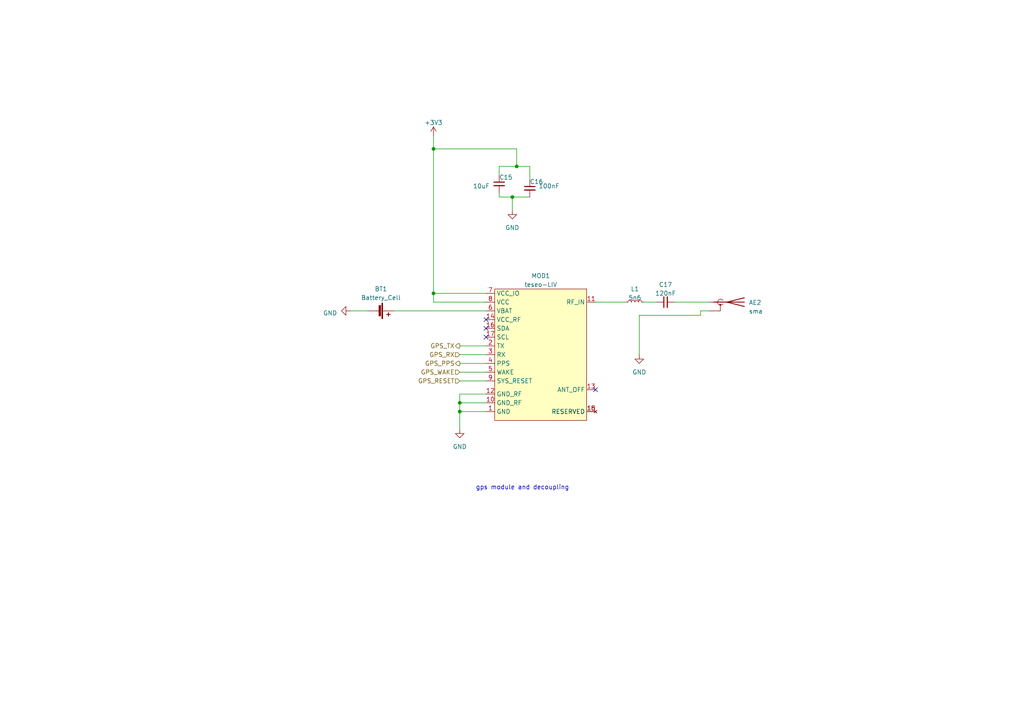
<source format=kicad_sch>
(kicad_sch (version 20210406) (generator eeschema)
  (paper "A4")
  (lib_symbols
    (symbol "Device:Antenna_Shield" (pin_numbers hide) (pin_names (offset 1.016) hide)
      (property "Reference" "AE" (at -1.905 4.445 0))
      (property "Value" "Antenna_Shield" (at -1.905 2.54 0))
      (symbol "Antenna_Shield_0_1"
        (arc (start 0 -2.667) (end -0.508 -1.143) (radius (at -0.0254 -1.8542) (length 0.8128) (angles -88.2 124.2)))
        (arc (start 0 -2.667) (end 0.508 -1.143) (radius (at 0.0254 -1.8542) (length 0.8128) (angles -91.8 55.8)))
        (circle (center 0.762 -1.905) (radius 0.1778) (fill (type outline)))
        (polyline (pts (xy 0 -2.54) (xy 0 0)))
        (polyline (pts (xy 0 5.08) (xy 0 -3.81)) (stroke (width 0.254)))
        (polyline (pts (xy 0.762 -1.905) (xy 2.54 -1.905)))
        (polyline (pts (xy 2.54 -2.54) (xy 2.54 -1.905)))
        (polyline (pts (xy 1.27 5.08) (xy 0 0) (xy -1.27 5.08)) (stroke (width 0.254)))
      )
      (symbol "Antenna_Shield_1_1"
        (pin input line (at 0 -5.08 90) (length 2.54) (name "A") (number "1"))
        (pin input line (at 2.54 -5.08 90) (length 2.54) (name "Shield") (number "2"))
      )
    )
    (symbol "Device:Battery_Cell" (pin_numbers hide) (pin_names (offset 0) hide)
      (property "Reference" "BT" (at 2.54 2.54 0))
      (property "Value" "Battery_Cell" (at 2.54 0 0))
      (symbol "Battery_Cell_0_1"
        (rectangle (start -2.286 1.778) (end 2.286 1.524) (fill (type outline)))
        (rectangle (start -1.5748 1.1938) (end 1.4732 0.6858) (fill (type outline)))
        (polyline (pts (xy 0 0.762) (xy 0 0)))
        (polyline (pts (xy 0 1.778) (xy 0 2.54)))
        (polyline (pts (xy 0.508 3.429) (xy 1.524 3.429)) (stroke (width 0.254)))
        (polyline (pts (xy 1.016 3.937) (xy 1.016 2.921)) (stroke (width 0.254)))
      )
      (symbol "Battery_Cell_1_1"
        (pin passive line (at 0 5.08 270) (length 2.54) (name "+") (number "1"))
        (pin passive line (at 0 -2.54 90) (length 2.54) (name "-") (number "2"))
      )
    )
    (symbol "Device:C_Small" (pin_numbers hide) (pin_names (offset 0.254) hide)
      (property "Reference" "C" (at 0.254 1.778 0))
      (property "Value" "C_Small" (at 0.254 -2.032 0))
      (symbol "C_Small_0_1"
        (polyline (pts (xy -1.524 -0.508) (xy 1.524 -0.508)) (stroke (width 0.3302)))
        (polyline (pts (xy -1.524 0.508) (xy 1.524 0.508)) (stroke (width 0.3048)))
      )
      (symbol "C_Small_1_1"
        (pin passive line (at 0 2.54 270) (length 2.032) (name "~") (number "1"))
        (pin passive line (at 0 -2.54 90) (length 2.032) (name "~") (number "2"))
      )
    )
    (symbol "Device:L_Small" (pin_numbers hide) (pin_names (offset 0.254) hide)
      (property "Reference" "L" (at 0.762 1.016 0))
      (property "Value" "L_Small" (at 0.762 -1.016 0))
      (symbol "L_Small_0_1"
        (arc (start 0 -2.032) (end 0 -1.016) (radius (at 0 -1.524) (length 0.508) (angles -89.9 89.9)))
        (arc (start 0 -1.016) (end 0 0) (radius (at 0 -0.508) (length 0.508) (angles -89.9 89.9)))
        (arc (start 0 0) (end 0 1.016) (radius (at 0 0.508) (length 0.508) (angles -89.9 89.9)))
        (arc (start 0 1.016) (end 0 2.032) (radius (at 0 1.524) (length 0.508) (angles -89.9 89.9)))
      )
      (symbol "L_Small_1_1"
        (pin passive line (at 0 2.54 270) (length 0.508) (name "~") (number "1"))
        (pin passive line (at 0 -2.54 90) (length 0.508) (name "~") (number "2"))
      )
    )
    (symbol "modulles:teseo-LIV"
      (property "Reference" "MOD" (at 12.7 -16.51 0))
      (property "Value" "teseo-LIV" (at 12.7 -21.59 0))
      (symbol "teseo-LIV_0_1"
        (rectangle (start 0 1.27) (end 26.67 -36.83) (stroke (width 0.1524)) (fill (type background)))
      )
      (symbol "teseo-LIV_1_1"
        (pin power_out line (at -2.54 -34.29 0) (length 2.54) (name "GND") (number "1"))
        (pin power_out line (at -2.54 -31.75 0) (length 2.54) (name "GND_RF") (number "10"))
        (pin input line (at 29.21 -2.54 180) (length 2.54) (name "RF_IN") (number "11"))
        (pin power_out line (at -2.54 -29.21 0) (length 2.54) (name "GND_RF") (number "12"))
        (pin output line (at 29.21 -27.94 180) (length 2.54) (name "ANT_OFF") (number "13"))
        (pin power_in line (at -2.54 -7.62 0) (length 2.54) (name "VCC_RF") (number "14"))
        (pin no_connect line (at 29.21 -34.29 180) (length 2.54) (name "RESERVED") (number "15"))
        (pin bidirectional line (at -2.54 -10.16 0) (length 2.54) (name "SDA") (number "16"))
        (pin bidirectional line (at -2.54 -12.7 0) (length 2.54) (name "SCL") (number "17"))
        (pin no_connect line (at 29.21 -34.29 180) (length 2.54) (name "RESERVED") (number "18"))
        (pin output line (at -2.54 -15.24 0) (length 2.54) (name "TX") (number "2"))
        (pin input line (at -2.54 -17.78 0) (length 2.54) (name "RX") (number "3"))
        (pin output line (at -2.54 -20.32 0) (length 2.54) (name "PPS") (number "4"))
        (pin input line (at -2.54 -22.86 0) (length 2.54) (name "WAKE") (number "5"))
        (pin power_in line (at -2.54 -5.08 0) (length 2.54) (name "VBAT") (number "6"))
        (pin power_in line (at -2.54 0 0) (length 2.54) (name "VCC_IO") (number "7"))
        (pin power_in line (at -2.54 -2.54 0) (length 2.54) (name "VCC") (number "8"))
        (pin input line (at -2.54 -25.4 0) (length 2.54) (name "SYS_RESET") (number "9"))
      )
    )
    (symbol "power:+3V3" (power) (pin_names (offset 0))
      (property "Value" "+3V3" (at 0 3.556 0))
      (symbol "+3V3_0_1"
        (polyline (pts (xy -0.762 1.27) (xy 0 2.54)))
        (polyline (pts (xy 0 0) (xy 0 2.54)))
        (polyline (pts (xy 0 2.54) (xy 0.762 1.27)))
      )
      (symbol "+3V3_1_1"
        (pin power_in line (at 0 0 90) (length 0) hide (name "+3V3") (number "1"))
      )
    )
    (symbol "power:GND" (power) (pin_names (offset 0))
      (property "Value" "GND" (at 0 -3.81 0))
      (symbol "GND_0_1"
        (polyline (pts (xy 0 0) (xy 0 -1.27) (xy 1.27 -1.27) (xy 0 -2.54) (xy -1.27 -1.27) (xy 0 -1.27)))
      )
      (symbol "GND_1_1"
        (pin power_in line (at 0 0 270) (length 0) hide (name "GND") (number "1"))
      )
    )
  )
  (junction (at 125.73 43.18) (diameter 0.9144))
  (junction (at 125.73 85.09) (diameter 0.9144))
  (junction (at 133.35 116.84) (diameter 0.9144))
  (junction (at 133.35 119.38) (diameter 0.9144))
  (junction (at 148.59 57.15) (diameter 0.9144))
  (junction (at 149.86 48.26) (diameter 0.9144))
  (no_connect (at 140.97 92.71))
  (no_connect (at 140.97 95.25))
  (no_connect (at 140.97 97.79))
  (no_connect (at 172.72 113.03))
  (wire (pts (xy 101.6 90.17) (xy 106.68 90.17)))
  (wire (pts (xy 114.3 90.17) (xy 140.97 90.17)))
  (wire (pts (xy 125.73 39.37) (xy 125.73 43.18)))
  (wire (pts (xy 125.73 43.18) (xy 125.73 85.09)))
  (wire (pts (xy 125.73 85.09) (xy 125.73 87.63)))
  (wire (pts (xy 125.73 87.63) (xy 140.97 87.63)))
  (wire (pts (xy 133.35 100.33) (xy 140.97 100.33)))
  (wire (pts (xy 133.35 102.87) (xy 140.97 102.87)))
  (wire (pts (xy 133.35 105.41) (xy 140.97 105.41)))
  (wire (pts (xy 133.35 107.95) (xy 140.97 107.95)))
  (wire (pts (xy 133.35 110.49) (xy 140.97 110.49)))
  (wire (pts (xy 133.35 114.3) (xy 140.97 114.3)))
  (wire (pts (xy 133.35 116.84) (xy 133.35 114.3)))
  (wire (pts (xy 133.35 116.84) (xy 140.97 116.84)))
  (wire (pts (xy 133.35 119.38) (xy 133.35 116.84)))
  (wire (pts (xy 133.35 119.38) (xy 140.97 119.38)))
  (wire (pts (xy 133.35 124.46) (xy 133.35 119.38)))
  (wire (pts (xy 140.97 85.09) (xy 125.73 85.09)))
  (wire (pts (xy 144.78 48.26) (xy 144.78 50.8)))
  (wire (pts (xy 144.78 48.26) (xy 149.86 48.26)))
  (wire (pts (xy 144.78 55.88) (xy 144.78 57.15)))
  (wire (pts (xy 144.78 57.15) (xy 148.59 57.15)))
  (wire (pts (xy 148.59 57.15) (xy 153.67 57.15)))
  (wire (pts (xy 148.59 60.96) (xy 148.59 57.15)))
  (wire (pts (xy 149.86 43.18) (xy 125.73 43.18)))
  (wire (pts (xy 149.86 48.26) (xy 149.86 43.18)))
  (wire (pts (xy 149.86 48.26) (xy 153.67 48.26)))
  (wire (pts (xy 153.67 48.26) (xy 153.67 52.07)))
  (wire (pts (xy 172.72 87.63) (xy 181.61 87.63)))
  (wire (pts (xy 185.42 91.44) (xy 185.42 102.87)))
  (wire (pts (xy 186.69 87.63) (xy 190.5 87.63)))
  (wire (pts (xy 195.58 87.63) (xy 205.74 87.63)))
  (wire (pts (xy 203.2 90.17) (xy 203.2 91.44)))
  (wire (pts (xy 203.2 91.44) (xy 185.42 91.44)))
  (wire (pts (xy 205.74 90.17) (xy 203.2 90.17)))
  (text "gps module and decoupling\n" (at 165.1 142.24 180) (effects (font (size 1.27 1.27)) (justify right bottom)))
  (hierarchical_label "GPS_TX" (shape output) (at 133.35 100.33 180))
  (hierarchical_label "GPS_RX" (shape input) (at 133.35 102.87 180))
  (hierarchical_label "GPS_PPS" (shape output) (at 133.35 105.41 180))
  (hierarchical_label "GPS_WAKE" (shape input) (at 133.35 107.95 180))
  (hierarchical_label "GPS_RESET" (shape input) (at 133.35 110.49 180))
  (symbol (lib_id "power:+3V3") (at 125.73 39.37 0) (unit 1)
    (property "Reference" "#PWR0139" (effects hide))
    (property "Value" "+3V3" (at 125.73 35.56 0))
  )
  (symbol (lib_id "Device:L_Small") (at 184.15 87.63 90) (unit 1)
    (property "Reference" "L1" (at 184.15 83.82 90))
    (property "Value" "5n6" (at 184.15 86.36 90))
    (property "Footprint" "vanalles:0603" (effects hide))
  )
  (symbol (lib_id "power:GND") (at 101.6 90.17 270) (unit 1)
    (property "Reference" "#PWR0138" (effects hide))
    (property "Value" "GND" (at 97.79 90.8049 90) (effects (justify right)))
  )
  (symbol (lib_id "power:GND") (at 133.35 124.46 0) (unit 1)
    (property "Reference" "#PWR0141" (effects hide))
    (property "Value" "GND" (at 133.35 129.54 0))
  )
  (symbol (lib_id "power:GND") (at 148.59 60.96 0) (unit 1)
    (property "Reference" "#PWR0140" (effects hide))
    (property "Value" "GND" (at 148.59 66.04 0))
  )
  (symbol (lib_id "power:GND") (at 185.42 102.87 0) (unit 1)
    (property "Reference" "#PWR0142" (effects hide))
    (property "Value" "GND" (at 185.42 107.95 0))
  )
  (symbol (lib_id "Device:C_Small") (at 144.78 53.34 0) (unit 1)
    (property "Reference" "C15" (at 144.78 51.4349 0) (effects (justify left)))
    (property "Value" "10uF" (at 137.16 53.9749 0) (effects (justify left)))
    (property "Footprint" "vanalles:0603" (effects hide))
  )
  (symbol (lib_id "Device:C_Small") (at 153.67 54.61 0) (unit 1)
    (property "Reference" "C16" (at 153.67 52.7049 0) (effects (justify left)))
    (property "Value" "100nF" (at 156.21 53.9749 0) (effects (justify left)))
    (property "Footprint" "vanalles:0603" (effects hide))
  )
  (symbol (lib_id "Device:C_Small") (at 193.04 87.63 90) (unit 1)
    (property "Reference" "C17" (at 193.04 82.55 90))
    (property "Value" "120nF" (at 193.04 85.09 90))
    (property "Footprint" "vanalles:0603" (effects hide))
  )
  (symbol (lib_id "Device:Battery_Cell") (at 109.22 90.17 270) (unit 1)
    (property "Reference" "BT1" (at 110.49 83.82 90))
    (property "Value" "Battery_Cell" (at 110.49 86.36 90))
    (property "Footprint" "vanalles:3012TR" (effects hide))
  )
  (symbol (lib_id "Device:Antenna_Shield") (at 210.82 87.63 270) (unit 1)
    (property "Reference" "AE2" (at 217.17 87.7569 90) (effects (justify left)))
    (property "Value" "sma" (at 217.17 90.2969 90) (effects (justify left)))
    (property "Footprint" "connectors_user:ufl connector" (effects hide))
  )
  (symbol (lib_id "modulles:teseo-LIV") (at 143.51 85.09 0) (unit 1)
    (property "Reference" "MOD1" (at 156.845 80.01 0))
    (property "Value" "teseo-LIV" (at 156.845 82.55 0))
    (property "Footprint" "Module:SON_STM_TESEO-LIV3R" (effects hide))
  )
)
</source>
